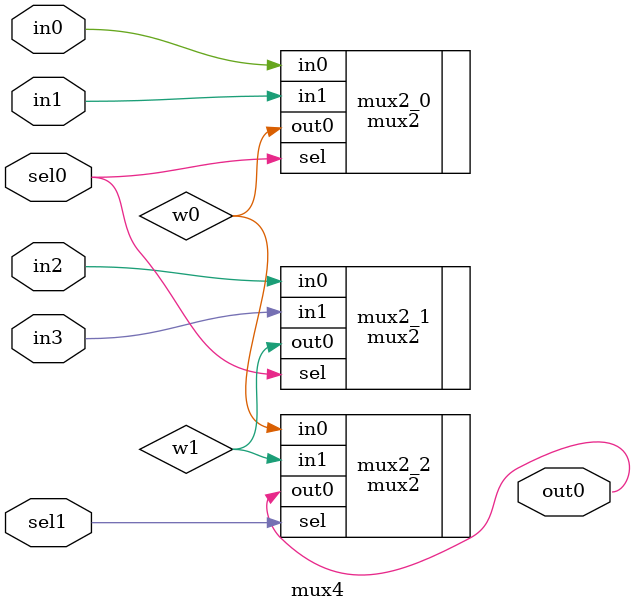
<source format=v>
`timescale 1ns / 1ps


module mux4(    input in0,
                input in1,
                input in2,
                input in3,
                input sel0,
                input sel1,
                output out0

    );
    wire w0;
    wire w1;
    mux2 mux2_0(.in0(in0),
                .in1(in1),
                .sel(sel0),
                .out0(w0)
    );
    mux2 mux2_1(.in0(in2),
                .in1(in3),
                .sel(sel0),
                .out0(w1)
    );
    mux2 mux2_2(.in0(w0),
                .in1(w1),
                .sel(sel1),
                .out0(out0)
    );
endmodule

</source>
